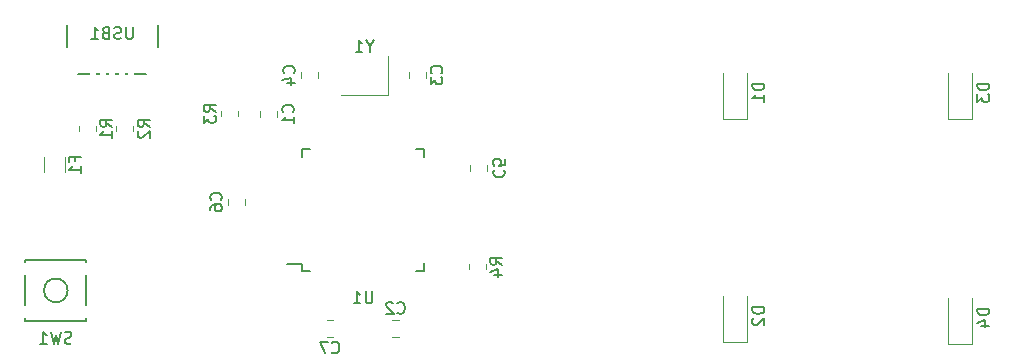
<source format=gbo>
%TF.GenerationSoftware,KiCad,Pcbnew,(5.1.8)-1*%
%TF.CreationDate,2020-12-11T14:52:39-05:00*%
%TF.ProjectId,kevins-pcb-numpad,6b657669-6e73-42d7-9063-622d6e756d70,rev?*%
%TF.SameCoordinates,Original*%
%TF.FileFunction,Legend,Bot*%
%TF.FilePolarity,Positive*%
%FSLAX46Y46*%
G04 Gerber Fmt 4.6, Leading zero omitted, Abs format (unit mm)*
G04 Created by KiCad (PCBNEW (5.1.8)-1) date 2020-12-11 14:52:39*
%MOMM*%
%LPD*%
G01*
G04 APERTURE LIST*
%ADD10C,0.150000*%
%ADD11C,0.120000*%
%ADD12R,1.800000X1.100000*%
%ADD13R,1.400000X1.200000*%
%ADD14O,1.700000X2.700000*%
%ADD15R,0.500000X2.250000*%
%ADD16R,0.550000X1.500000*%
%ADD17R,1.500000X0.550000*%
%ADD18C,1.750000*%
%ADD19R,1.905000X1.905000*%
%ADD20C,1.905000*%
%ADD21C,2.250000*%
%ADD22C,3.987800*%
%ADD23R,1.200000X0.900000*%
G04 APERTURE END LIST*
D10*
%TO.C,SW1*%
X39862000Y-105537000D02*
G75*
G03*
X39862000Y-105537000I-1000000J0D01*
G01*
X41462000Y-108137000D02*
X41462000Y-102937000D01*
X36262000Y-108137000D02*
X41462000Y-108137000D01*
X36262000Y-102937000D02*
X36262000Y-108137000D01*
X41462000Y-102937000D02*
X36262000Y-102937000D01*
D11*
%TO.C,Y1*%
X66971750Y-85687000D02*
X66971750Y-88987000D01*
X66971750Y-88987000D02*
X62971750Y-88987000D01*
D10*
%TO.C,USB1*%
X39806250Y-87206250D02*
X47506250Y-87206250D01*
X47506250Y-81756250D02*
X47506250Y-87206250D01*
X39806250Y-81756250D02*
X39806250Y-87206250D01*
%TO.C,U1*%
X59722000Y-103885750D02*
X59722000Y-103310750D01*
X70072000Y-103885750D02*
X70072000Y-103210750D01*
X70072000Y-93535750D02*
X70072000Y-94210750D01*
X59722000Y-93535750D02*
X59722000Y-94210750D01*
X59722000Y-103885750D02*
X60397000Y-103885750D01*
X59722000Y-93535750D02*
X60397000Y-93535750D01*
X70072000Y-93535750D02*
X69397000Y-93535750D01*
X70072000Y-103885750D02*
X69397000Y-103885750D01*
X59722000Y-103310750D02*
X58447000Y-103310750D01*
D11*
%TO.C,R4*%
X75284000Y-103755564D02*
X75284000Y-103301436D01*
X73814000Y-103755564D02*
X73814000Y-103301436D01*
%TO.C,R3*%
X54329000Y-90347436D02*
X54329000Y-90801564D01*
X52859000Y-90347436D02*
X52859000Y-90801564D01*
%TO.C,R2*%
X45439000Y-92071564D02*
X45439000Y-91617436D01*
X43969000Y-92071564D02*
X43969000Y-91617436D01*
%TO.C,R1*%
X42264000Y-92071564D02*
X42264000Y-91617436D01*
X40794000Y-92071564D02*
X40794000Y-91617436D01*
%TO.C,F1*%
X39645000Y-95474064D02*
X39645000Y-94269936D01*
X37825000Y-95474064D02*
X37825000Y-94269936D01*
%TO.C,D4*%
X116443000Y-110072000D02*
X114443000Y-110072000D01*
X114443000Y-110072000D02*
X114443000Y-106172000D01*
X116443000Y-110072000D02*
X116443000Y-106172000D01*
%TO.C,D3*%
X116443000Y-91022000D02*
X114443000Y-91022000D01*
X114443000Y-91022000D02*
X114443000Y-87122000D01*
X116443000Y-91022000D02*
X116443000Y-87122000D01*
%TO.C,D2*%
X97393000Y-109945000D02*
X95393000Y-109945000D01*
X95393000Y-109945000D02*
X95393000Y-106045000D01*
X97393000Y-109945000D02*
X97393000Y-106045000D01*
%TO.C,D1*%
X97393000Y-91022000D02*
X95393000Y-91022000D01*
X95393000Y-91022000D02*
X95393000Y-87122000D01*
X97393000Y-91022000D02*
X97393000Y-87122000D01*
%TO.C,C7*%
X61807498Y-109478750D02*
X62330002Y-109478750D01*
X61807498Y-108008750D02*
X62330002Y-108008750D01*
%TO.C,C6*%
X53433000Y-97782748D02*
X53433000Y-98305252D01*
X54903000Y-97782748D02*
X54903000Y-98305252D01*
%TO.C,C5*%
X75411000Y-95445252D02*
X75411000Y-94922748D01*
X73941000Y-95445252D02*
X73941000Y-94922748D01*
%TO.C,C4*%
X59590000Y-87048748D02*
X59590000Y-87571252D01*
X61060000Y-87048748D02*
X61060000Y-87571252D01*
%TO.C,C3*%
X70204000Y-87571252D02*
X70204000Y-87048748D01*
X68734000Y-87571252D02*
X68734000Y-87048748D01*
%TO.C,C2*%
X67886252Y-108008750D02*
X67363748Y-108008750D01*
X67886252Y-109478750D02*
X67363748Y-109478750D01*
%TO.C,C1*%
X57631000Y-90873252D02*
X57631000Y-90350748D01*
X56161000Y-90873252D02*
X56161000Y-90350748D01*
%TO.C,SW1*%
D10*
X40195333Y-110005761D02*
X40052476Y-110053380D01*
X39814380Y-110053380D01*
X39719142Y-110005761D01*
X39671523Y-109958142D01*
X39623904Y-109862904D01*
X39623904Y-109767666D01*
X39671523Y-109672428D01*
X39719142Y-109624809D01*
X39814380Y-109577190D01*
X40004857Y-109529571D01*
X40100095Y-109481952D01*
X40147714Y-109434333D01*
X40195333Y-109339095D01*
X40195333Y-109243857D01*
X40147714Y-109148619D01*
X40100095Y-109101000D01*
X40004857Y-109053380D01*
X39766761Y-109053380D01*
X39623904Y-109101000D01*
X39290571Y-109053380D02*
X39052476Y-110053380D01*
X38862000Y-109339095D01*
X38671523Y-110053380D01*
X38433428Y-109053380D01*
X37528666Y-110053380D02*
X38100095Y-110053380D01*
X37814380Y-110053380D02*
X37814380Y-109053380D01*
X37909619Y-109196238D01*
X38004857Y-109291476D01*
X38100095Y-109339095D01*
%TO.C,Y1*%
X65447940Y-84863190D02*
X65447940Y-85339380D01*
X65781273Y-84339380D02*
X65447940Y-84863190D01*
X65114607Y-84339380D01*
X64257464Y-85339380D02*
X64828892Y-85339380D01*
X64543178Y-85339380D02*
X64543178Y-84339380D01*
X64638416Y-84482238D01*
X64733654Y-84577476D01*
X64828892Y-84625095D01*
%TO.C,USB1*%
X45394345Y-83240630D02*
X45394345Y-84050154D01*
X45346726Y-84145392D01*
X45299107Y-84193011D01*
X45203869Y-84240630D01*
X45013392Y-84240630D01*
X44918154Y-84193011D01*
X44870535Y-84145392D01*
X44822916Y-84050154D01*
X44822916Y-83240630D01*
X44394345Y-84193011D02*
X44251488Y-84240630D01*
X44013392Y-84240630D01*
X43918154Y-84193011D01*
X43870535Y-84145392D01*
X43822916Y-84050154D01*
X43822916Y-83954916D01*
X43870535Y-83859678D01*
X43918154Y-83812059D01*
X44013392Y-83764440D01*
X44203869Y-83716821D01*
X44299107Y-83669202D01*
X44346726Y-83621583D01*
X44394345Y-83526345D01*
X44394345Y-83431107D01*
X44346726Y-83335869D01*
X44299107Y-83288250D01*
X44203869Y-83240630D01*
X43965773Y-83240630D01*
X43822916Y-83288250D01*
X43061011Y-83716821D02*
X42918154Y-83764440D01*
X42870535Y-83812059D01*
X42822916Y-83907297D01*
X42822916Y-84050154D01*
X42870535Y-84145392D01*
X42918154Y-84193011D01*
X43013392Y-84240630D01*
X43394345Y-84240630D01*
X43394345Y-83240630D01*
X43061011Y-83240630D01*
X42965773Y-83288250D01*
X42918154Y-83335869D01*
X42870535Y-83431107D01*
X42870535Y-83526345D01*
X42918154Y-83621583D01*
X42965773Y-83669202D01*
X43061011Y-83716821D01*
X43394345Y-83716821D01*
X41870535Y-84240630D02*
X42441964Y-84240630D01*
X42156250Y-84240630D02*
X42156250Y-83240630D01*
X42251488Y-83383488D01*
X42346726Y-83478726D01*
X42441964Y-83526345D01*
%TO.C,U1*%
X65658904Y-105613130D02*
X65658904Y-106422654D01*
X65611285Y-106517892D01*
X65563666Y-106565511D01*
X65468428Y-106613130D01*
X65277952Y-106613130D01*
X65182714Y-106565511D01*
X65135095Y-106517892D01*
X65087476Y-106422654D01*
X65087476Y-105613130D01*
X64087476Y-106613130D02*
X64658904Y-106613130D01*
X64373190Y-106613130D02*
X64373190Y-105613130D01*
X64468428Y-105755988D01*
X64563666Y-105851226D01*
X64658904Y-105898845D01*
%TO.C,R4*%
X76651380Y-103361833D02*
X76175190Y-103028500D01*
X76651380Y-102790404D02*
X75651380Y-102790404D01*
X75651380Y-103171357D01*
X75699000Y-103266595D01*
X75746619Y-103314214D01*
X75841857Y-103361833D01*
X75984714Y-103361833D01*
X76079952Y-103314214D01*
X76127571Y-103266595D01*
X76175190Y-103171357D01*
X76175190Y-102790404D01*
X75984714Y-104218976D02*
X76651380Y-104218976D01*
X75603761Y-103980880D02*
X76318047Y-103742785D01*
X76318047Y-104361833D01*
%TO.C,R3*%
X52396380Y-90407833D02*
X51920190Y-90074500D01*
X52396380Y-89836404D02*
X51396380Y-89836404D01*
X51396380Y-90217357D01*
X51444000Y-90312595D01*
X51491619Y-90360214D01*
X51586857Y-90407833D01*
X51729714Y-90407833D01*
X51824952Y-90360214D01*
X51872571Y-90312595D01*
X51920190Y-90217357D01*
X51920190Y-89836404D01*
X51396380Y-90741166D02*
X51396380Y-91360214D01*
X51777333Y-91026880D01*
X51777333Y-91169738D01*
X51824952Y-91264976D01*
X51872571Y-91312595D01*
X51967809Y-91360214D01*
X52205904Y-91360214D01*
X52301142Y-91312595D01*
X52348761Y-91264976D01*
X52396380Y-91169738D01*
X52396380Y-90884023D01*
X52348761Y-90788785D01*
X52301142Y-90741166D01*
%TO.C,R2*%
X46806380Y-91677833D02*
X46330190Y-91344500D01*
X46806380Y-91106404D02*
X45806380Y-91106404D01*
X45806380Y-91487357D01*
X45854000Y-91582595D01*
X45901619Y-91630214D01*
X45996857Y-91677833D01*
X46139714Y-91677833D01*
X46234952Y-91630214D01*
X46282571Y-91582595D01*
X46330190Y-91487357D01*
X46330190Y-91106404D01*
X45901619Y-92058785D02*
X45854000Y-92106404D01*
X45806380Y-92201642D01*
X45806380Y-92439738D01*
X45854000Y-92534976D01*
X45901619Y-92582595D01*
X45996857Y-92630214D01*
X46092095Y-92630214D01*
X46234952Y-92582595D01*
X46806380Y-92011166D01*
X46806380Y-92630214D01*
%TO.C,R1*%
X43631380Y-91677833D02*
X43155190Y-91344500D01*
X43631380Y-91106404D02*
X42631380Y-91106404D01*
X42631380Y-91487357D01*
X42679000Y-91582595D01*
X42726619Y-91630214D01*
X42821857Y-91677833D01*
X42964714Y-91677833D01*
X43059952Y-91630214D01*
X43107571Y-91582595D01*
X43155190Y-91487357D01*
X43155190Y-91106404D01*
X43631380Y-92630214D02*
X43631380Y-92058785D01*
X43631380Y-92344500D02*
X42631380Y-92344500D01*
X42774238Y-92249261D01*
X42869476Y-92154023D01*
X42917095Y-92058785D01*
%TO.C,F1*%
X40483571Y-94538666D02*
X40483571Y-94205333D01*
X41007380Y-94205333D02*
X40007380Y-94205333D01*
X40007380Y-94681523D01*
X41007380Y-95586285D02*
X41007380Y-95014857D01*
X41007380Y-95300571D02*
X40007380Y-95300571D01*
X40150238Y-95205333D01*
X40245476Y-95110095D01*
X40293095Y-95014857D01*
%TO.C,D4*%
X117895380Y-107083904D02*
X116895380Y-107083904D01*
X116895380Y-107322000D01*
X116943000Y-107464857D01*
X117038238Y-107560095D01*
X117133476Y-107607714D01*
X117323952Y-107655333D01*
X117466809Y-107655333D01*
X117657285Y-107607714D01*
X117752523Y-107560095D01*
X117847761Y-107464857D01*
X117895380Y-107322000D01*
X117895380Y-107083904D01*
X117228714Y-108512476D02*
X117895380Y-108512476D01*
X116847761Y-108274380D02*
X117562047Y-108036285D01*
X117562047Y-108655333D01*
%TO.C,D3*%
X117895380Y-88033904D02*
X116895380Y-88033904D01*
X116895380Y-88272000D01*
X116943000Y-88414857D01*
X117038238Y-88510095D01*
X117133476Y-88557714D01*
X117323952Y-88605333D01*
X117466809Y-88605333D01*
X117657285Y-88557714D01*
X117752523Y-88510095D01*
X117847761Y-88414857D01*
X117895380Y-88272000D01*
X117895380Y-88033904D01*
X116895380Y-88938666D02*
X116895380Y-89557714D01*
X117276333Y-89224380D01*
X117276333Y-89367238D01*
X117323952Y-89462476D01*
X117371571Y-89510095D01*
X117466809Y-89557714D01*
X117704904Y-89557714D01*
X117800142Y-89510095D01*
X117847761Y-89462476D01*
X117895380Y-89367238D01*
X117895380Y-89081523D01*
X117847761Y-88986285D01*
X117800142Y-88938666D01*
%TO.C,D2*%
X98845380Y-106956904D02*
X97845380Y-106956904D01*
X97845380Y-107195000D01*
X97893000Y-107337857D01*
X97988238Y-107433095D01*
X98083476Y-107480714D01*
X98273952Y-107528333D01*
X98416809Y-107528333D01*
X98607285Y-107480714D01*
X98702523Y-107433095D01*
X98797761Y-107337857D01*
X98845380Y-107195000D01*
X98845380Y-106956904D01*
X97940619Y-107909285D02*
X97893000Y-107956904D01*
X97845380Y-108052142D01*
X97845380Y-108290238D01*
X97893000Y-108385476D01*
X97940619Y-108433095D01*
X98035857Y-108480714D01*
X98131095Y-108480714D01*
X98273952Y-108433095D01*
X98845380Y-107861666D01*
X98845380Y-108480714D01*
%TO.C,D1*%
X98845380Y-88033904D02*
X97845380Y-88033904D01*
X97845380Y-88272000D01*
X97893000Y-88414857D01*
X97988238Y-88510095D01*
X98083476Y-88557714D01*
X98273952Y-88605333D01*
X98416809Y-88605333D01*
X98607285Y-88557714D01*
X98702523Y-88510095D01*
X98797761Y-88414857D01*
X98845380Y-88272000D01*
X98845380Y-88033904D01*
X98845380Y-89557714D02*
X98845380Y-88986285D01*
X98845380Y-89272000D02*
X97845380Y-89272000D01*
X97988238Y-89176761D01*
X98083476Y-89081523D01*
X98131095Y-88986285D01*
%TO.C,C7*%
X62235416Y-110780892D02*
X62283035Y-110828511D01*
X62425892Y-110876130D01*
X62521130Y-110876130D01*
X62663988Y-110828511D01*
X62759226Y-110733273D01*
X62806845Y-110638035D01*
X62854464Y-110447559D01*
X62854464Y-110304702D01*
X62806845Y-110114226D01*
X62759226Y-110018988D01*
X62663988Y-109923750D01*
X62521130Y-109876130D01*
X62425892Y-109876130D01*
X62283035Y-109923750D01*
X62235416Y-109971369D01*
X61902083Y-109876130D02*
X61235416Y-109876130D01*
X61663988Y-110876130D01*
%TO.C,C6*%
X52845142Y-97877333D02*
X52892761Y-97829714D01*
X52940380Y-97686857D01*
X52940380Y-97591619D01*
X52892761Y-97448761D01*
X52797523Y-97353523D01*
X52702285Y-97305904D01*
X52511809Y-97258285D01*
X52368952Y-97258285D01*
X52178476Y-97305904D01*
X52083238Y-97353523D01*
X51988000Y-97448761D01*
X51940380Y-97591619D01*
X51940380Y-97686857D01*
X51988000Y-97829714D01*
X52035619Y-97877333D01*
X51940380Y-98734476D02*
X51940380Y-98544000D01*
X51988000Y-98448761D01*
X52035619Y-98401142D01*
X52178476Y-98305904D01*
X52368952Y-98258285D01*
X52749904Y-98258285D01*
X52845142Y-98305904D01*
X52892761Y-98353523D01*
X52940380Y-98448761D01*
X52940380Y-98639238D01*
X52892761Y-98734476D01*
X52845142Y-98782095D01*
X52749904Y-98829714D01*
X52511809Y-98829714D01*
X52416571Y-98782095D01*
X52368952Y-98734476D01*
X52321333Y-98639238D01*
X52321333Y-98448761D01*
X52368952Y-98353523D01*
X52416571Y-98305904D01*
X52511809Y-98258285D01*
%TO.C,C5*%
X75998857Y-95350666D02*
X75951238Y-95398285D01*
X75903619Y-95541142D01*
X75903619Y-95636380D01*
X75951238Y-95779238D01*
X76046476Y-95874476D01*
X76141714Y-95922095D01*
X76332190Y-95969714D01*
X76475047Y-95969714D01*
X76665523Y-95922095D01*
X76760761Y-95874476D01*
X76856000Y-95779238D01*
X76903619Y-95636380D01*
X76903619Y-95541142D01*
X76856000Y-95398285D01*
X76808380Y-95350666D01*
X76903619Y-94445904D02*
X76903619Y-94922095D01*
X76427428Y-94969714D01*
X76475047Y-94922095D01*
X76522666Y-94826857D01*
X76522666Y-94588761D01*
X76475047Y-94493523D01*
X76427428Y-94445904D01*
X76332190Y-94398285D01*
X76094095Y-94398285D01*
X75998857Y-94445904D01*
X75951238Y-94493523D01*
X75903619Y-94588761D01*
X75903619Y-94826857D01*
X75951238Y-94922095D01*
X75998857Y-94969714D01*
%TO.C,C4*%
X59002142Y-87143333D02*
X59049761Y-87095714D01*
X59097380Y-86952857D01*
X59097380Y-86857619D01*
X59049761Y-86714761D01*
X58954523Y-86619523D01*
X58859285Y-86571904D01*
X58668809Y-86524285D01*
X58525952Y-86524285D01*
X58335476Y-86571904D01*
X58240238Y-86619523D01*
X58145000Y-86714761D01*
X58097380Y-86857619D01*
X58097380Y-86952857D01*
X58145000Y-87095714D01*
X58192619Y-87143333D01*
X58430714Y-88000476D02*
X59097380Y-88000476D01*
X58049761Y-87762380D02*
X58764047Y-87524285D01*
X58764047Y-88143333D01*
%TO.C,C3*%
X71506142Y-87143333D02*
X71553761Y-87095714D01*
X71601380Y-86952857D01*
X71601380Y-86857619D01*
X71553761Y-86714761D01*
X71458523Y-86619523D01*
X71363285Y-86571904D01*
X71172809Y-86524285D01*
X71029952Y-86524285D01*
X70839476Y-86571904D01*
X70744238Y-86619523D01*
X70649000Y-86714761D01*
X70601380Y-86857619D01*
X70601380Y-86952857D01*
X70649000Y-87095714D01*
X70696619Y-87143333D01*
X70601380Y-87476666D02*
X70601380Y-88095714D01*
X70982333Y-87762380D01*
X70982333Y-87905238D01*
X71029952Y-88000476D01*
X71077571Y-88048095D01*
X71172809Y-88095714D01*
X71410904Y-88095714D01*
X71506142Y-88048095D01*
X71553761Y-88000476D01*
X71601380Y-87905238D01*
X71601380Y-87619523D01*
X71553761Y-87524285D01*
X71506142Y-87476666D01*
%TO.C,C2*%
X67791666Y-107420892D02*
X67839285Y-107468511D01*
X67982142Y-107516130D01*
X68077380Y-107516130D01*
X68220238Y-107468511D01*
X68315476Y-107373273D01*
X68363095Y-107278035D01*
X68410714Y-107087559D01*
X68410714Y-106944702D01*
X68363095Y-106754226D01*
X68315476Y-106658988D01*
X68220238Y-106563750D01*
X68077380Y-106516130D01*
X67982142Y-106516130D01*
X67839285Y-106563750D01*
X67791666Y-106611369D01*
X67410714Y-106611369D02*
X67363095Y-106563750D01*
X67267857Y-106516130D01*
X67029761Y-106516130D01*
X66934523Y-106563750D01*
X66886904Y-106611369D01*
X66839285Y-106706607D01*
X66839285Y-106801845D01*
X66886904Y-106944702D01*
X67458333Y-107516130D01*
X66839285Y-107516130D01*
%TO.C,C1*%
X58933142Y-90445333D02*
X58980761Y-90397714D01*
X59028380Y-90254857D01*
X59028380Y-90159619D01*
X58980761Y-90016761D01*
X58885523Y-89921523D01*
X58790285Y-89873904D01*
X58599809Y-89826285D01*
X58456952Y-89826285D01*
X58266476Y-89873904D01*
X58171238Y-89921523D01*
X58076000Y-90016761D01*
X58028380Y-90159619D01*
X58028380Y-90254857D01*
X58076000Y-90397714D01*
X58123619Y-90445333D01*
X59028380Y-91397714D02*
X59028380Y-90826285D01*
X59028380Y-91112000D02*
X58028380Y-91112000D01*
X58171238Y-91016761D01*
X58266476Y-90921523D01*
X58314095Y-90826285D01*
%TD*%
%LPC*%
D12*
%TO.C,SW1*%
X41962000Y-107387000D03*
X35762000Y-103687000D03*
X41962000Y-103687000D03*
X35762000Y-107387000D03*
%TD*%
D13*
%TO.C,Y1*%
X66071750Y-86487000D03*
X63871750Y-86487000D03*
X63871750Y-88187000D03*
X66071750Y-88187000D03*
%TD*%
D14*
%TO.C,USB1*%
X40006250Y-81756250D03*
X47306250Y-81756250D03*
X47306250Y-86256250D03*
X40006250Y-86256250D03*
D15*
X42056250Y-86256250D03*
X42856250Y-86256250D03*
X43656250Y-86256250D03*
X44456250Y-86256250D03*
X45256250Y-86256250D03*
%TD*%
D16*
%TO.C,U1*%
X60897000Y-104410750D03*
X61697000Y-104410750D03*
X62497000Y-104410750D03*
X63297000Y-104410750D03*
X64097000Y-104410750D03*
X64897000Y-104410750D03*
X65697000Y-104410750D03*
X66497000Y-104410750D03*
X67297000Y-104410750D03*
X68097000Y-104410750D03*
X68897000Y-104410750D03*
D17*
X70597000Y-102710750D03*
X70597000Y-101910750D03*
X70597000Y-101110750D03*
X70597000Y-100310750D03*
X70597000Y-99510750D03*
X70597000Y-98710750D03*
X70597000Y-97910750D03*
X70597000Y-97110750D03*
X70597000Y-96310750D03*
X70597000Y-95510750D03*
X70597000Y-94710750D03*
D16*
X68897000Y-93010750D03*
X68097000Y-93010750D03*
X67297000Y-93010750D03*
X66497000Y-93010750D03*
X65697000Y-93010750D03*
X64897000Y-93010750D03*
X64097000Y-93010750D03*
X63297000Y-93010750D03*
X62497000Y-93010750D03*
X61697000Y-93010750D03*
X60897000Y-93010750D03*
D17*
X59197000Y-94710750D03*
X59197000Y-95510750D03*
X59197000Y-96310750D03*
X59197000Y-97110750D03*
X59197000Y-97910750D03*
X59197000Y-98710750D03*
X59197000Y-99510750D03*
X59197000Y-100310750D03*
X59197000Y-101110750D03*
X59197000Y-101910750D03*
X59197000Y-102710750D03*
%TD*%
%TO.C,R4*%
G36*
G01*
X74999001Y-103128500D02*
X74098999Y-103128500D01*
G75*
G02*
X73849000Y-102878501I0J249999D01*
G01*
X73849000Y-102353499D01*
G75*
G02*
X74098999Y-102103500I249999J0D01*
G01*
X74999001Y-102103500D01*
G75*
G02*
X75249000Y-102353499I0J-249999D01*
G01*
X75249000Y-102878501D01*
G75*
G02*
X74999001Y-103128500I-249999J0D01*
G01*
G37*
G36*
G01*
X74999001Y-104953500D02*
X74098999Y-104953500D01*
G75*
G02*
X73849000Y-104703501I0J249999D01*
G01*
X73849000Y-104178499D01*
G75*
G02*
X74098999Y-103928500I249999J0D01*
G01*
X74999001Y-103928500D01*
G75*
G02*
X75249000Y-104178499I0J-249999D01*
G01*
X75249000Y-104703501D01*
G75*
G02*
X74999001Y-104953500I-249999J0D01*
G01*
G37*
%TD*%
%TO.C,R3*%
G36*
G01*
X53143999Y-89149500D02*
X54044001Y-89149500D01*
G75*
G02*
X54294000Y-89399499I0J-249999D01*
G01*
X54294000Y-89924501D01*
G75*
G02*
X54044001Y-90174500I-249999J0D01*
G01*
X53143999Y-90174500D01*
G75*
G02*
X52894000Y-89924501I0J249999D01*
G01*
X52894000Y-89399499D01*
G75*
G02*
X53143999Y-89149500I249999J0D01*
G01*
G37*
G36*
G01*
X53143999Y-90974500D02*
X54044001Y-90974500D01*
G75*
G02*
X54294000Y-91224499I0J-249999D01*
G01*
X54294000Y-91749501D01*
G75*
G02*
X54044001Y-91999500I-249999J0D01*
G01*
X53143999Y-91999500D01*
G75*
G02*
X52894000Y-91749501I0J249999D01*
G01*
X52894000Y-91224499D01*
G75*
G02*
X53143999Y-90974500I249999J0D01*
G01*
G37*
%TD*%
%TO.C,R2*%
G36*
G01*
X45154001Y-91444500D02*
X44253999Y-91444500D01*
G75*
G02*
X44004000Y-91194501I0J249999D01*
G01*
X44004000Y-90669499D01*
G75*
G02*
X44253999Y-90419500I249999J0D01*
G01*
X45154001Y-90419500D01*
G75*
G02*
X45404000Y-90669499I0J-249999D01*
G01*
X45404000Y-91194501D01*
G75*
G02*
X45154001Y-91444500I-249999J0D01*
G01*
G37*
G36*
G01*
X45154001Y-93269500D02*
X44253999Y-93269500D01*
G75*
G02*
X44004000Y-93019501I0J249999D01*
G01*
X44004000Y-92494499D01*
G75*
G02*
X44253999Y-92244500I249999J0D01*
G01*
X45154001Y-92244500D01*
G75*
G02*
X45404000Y-92494499I0J-249999D01*
G01*
X45404000Y-93019501D01*
G75*
G02*
X45154001Y-93269500I-249999J0D01*
G01*
G37*
%TD*%
%TO.C,R1*%
G36*
G01*
X41979001Y-91444500D02*
X41078999Y-91444500D01*
G75*
G02*
X40829000Y-91194501I0J249999D01*
G01*
X40829000Y-90669499D01*
G75*
G02*
X41078999Y-90419500I249999J0D01*
G01*
X41979001Y-90419500D01*
G75*
G02*
X42229000Y-90669499I0J-249999D01*
G01*
X42229000Y-91194501D01*
G75*
G02*
X41979001Y-91444500I-249999J0D01*
G01*
G37*
G36*
G01*
X41979001Y-93269500D02*
X41078999Y-93269500D01*
G75*
G02*
X40829000Y-93019501I0J249999D01*
G01*
X40829000Y-92494499D01*
G75*
G02*
X41078999Y-92244500I249999J0D01*
G01*
X41979001Y-92244500D01*
G75*
G02*
X42229000Y-92494499I0J-249999D01*
G01*
X42229000Y-93019501D01*
G75*
G02*
X41979001Y-93269500I-249999J0D01*
G01*
G37*
%TD*%
D18*
%TO.C,MX4*%
X113030000Y-107950000D03*
X102870000Y-107950000D03*
D19*
X109220000Y-113030000D03*
D20*
X106680000Y-113030000D03*
D21*
X105450000Y-103950000D03*
D22*
X107950000Y-107950000D03*
G36*
G01*
X103388688Y-106247350D02*
X103388683Y-106247345D01*
G75*
G02*
X103302655Y-104658683I751317J837345D01*
G01*
X104612657Y-103198683D01*
G75*
G02*
X106201319Y-103112655I837345J-751317D01*
G01*
X106201319Y-103112655D01*
G75*
G02*
X106287347Y-104701317I-751317J-837345D01*
G01*
X104977345Y-106161317D01*
G75*
G02*
X103388683Y-106247345I-837345J751317D01*
G01*
G37*
D21*
X110490000Y-102870000D03*
G36*
G01*
X110373483Y-104572395D02*
X110372597Y-104572334D01*
G75*
G02*
X109327666Y-103372597I77403J1122334D01*
G01*
X109367666Y-102792597D01*
G75*
G02*
X110567403Y-101747666I1122334J-77403D01*
G01*
X110567403Y-101747666D01*
G75*
G02*
X111612334Y-102947403I-77403J-1122334D01*
G01*
X111572334Y-103527403D01*
G75*
G02*
X110372597Y-104572334I-1122334J77403D01*
G01*
G37*
%TD*%
%TO.C,MX3*%
G36*
G01*
X110373483Y-85522395D02*
X110372597Y-85522334D01*
G75*
G02*
X109327666Y-84322597I77403J1122334D01*
G01*
X109367666Y-83742597D01*
G75*
G02*
X110567403Y-82697666I1122334J-77403D01*
G01*
X110567403Y-82697666D01*
G75*
G02*
X111612334Y-83897403I-77403J-1122334D01*
G01*
X111572334Y-84477403D01*
G75*
G02*
X110372597Y-85522334I-1122334J77403D01*
G01*
G37*
X110490000Y-83820000D03*
G36*
G01*
X103388688Y-87197350D02*
X103388683Y-87197345D01*
G75*
G02*
X103302655Y-85608683I751317J837345D01*
G01*
X104612657Y-84148683D01*
G75*
G02*
X106201319Y-84062655I837345J-751317D01*
G01*
X106201319Y-84062655D01*
G75*
G02*
X106287347Y-85651317I-751317J-837345D01*
G01*
X104977345Y-87111317D01*
G75*
G02*
X103388683Y-87197345I-837345J751317D01*
G01*
G37*
D22*
X107950000Y-88900000D03*
D21*
X105450000Y-84900000D03*
D20*
X106680000Y-93980000D03*
D19*
X109220000Y-93980000D03*
D18*
X102870000Y-88900000D03*
X113030000Y-88900000D03*
%TD*%
%TO.C,MX2*%
X93980000Y-107950000D03*
X83820000Y-107950000D03*
D19*
X90170000Y-113030000D03*
D20*
X87630000Y-113030000D03*
D21*
X86400000Y-103950000D03*
D22*
X88900000Y-107950000D03*
G36*
G01*
X84338688Y-106247350D02*
X84338683Y-106247345D01*
G75*
G02*
X84252655Y-104658683I751317J837345D01*
G01*
X85562657Y-103198683D01*
G75*
G02*
X87151319Y-103112655I837345J-751317D01*
G01*
X87151319Y-103112655D01*
G75*
G02*
X87237347Y-104701317I-751317J-837345D01*
G01*
X85927345Y-106161317D01*
G75*
G02*
X84338683Y-106247345I-837345J751317D01*
G01*
G37*
D21*
X91440000Y-102870000D03*
G36*
G01*
X91323483Y-104572395D02*
X91322597Y-104572334D01*
G75*
G02*
X90277666Y-103372597I77403J1122334D01*
G01*
X90317666Y-102792597D01*
G75*
G02*
X91517403Y-101747666I1122334J-77403D01*
G01*
X91517403Y-101747666D01*
G75*
G02*
X92562334Y-102947403I-77403J-1122334D01*
G01*
X92522334Y-103527403D01*
G75*
G02*
X91322597Y-104572334I-1122334J77403D01*
G01*
G37*
%TD*%
D18*
%TO.C,MX1*%
X93980000Y-88900000D03*
X83820000Y-88900000D03*
D19*
X90170000Y-93980000D03*
D20*
X87630000Y-93980000D03*
D21*
X86400000Y-84900000D03*
D22*
X88900000Y-88900000D03*
G36*
G01*
X84338688Y-87197350D02*
X84338683Y-87197345D01*
G75*
G02*
X84252655Y-85608683I751317J837345D01*
G01*
X85562657Y-84148683D01*
G75*
G02*
X87151319Y-84062655I837345J-751317D01*
G01*
X87151319Y-84062655D01*
G75*
G02*
X87237347Y-85651317I-751317J-837345D01*
G01*
X85927345Y-87111317D01*
G75*
G02*
X84338683Y-87197345I-837345J751317D01*
G01*
G37*
D21*
X91440000Y-83820000D03*
G36*
G01*
X91323483Y-85522395D02*
X91322597Y-85522334D01*
G75*
G02*
X90277666Y-84322597I77403J1122334D01*
G01*
X90317666Y-83742597D01*
G75*
G02*
X91517403Y-82697666I1122334J-77403D01*
G01*
X91517403Y-82697666D01*
G75*
G02*
X92562334Y-83897403I-77403J-1122334D01*
G01*
X92522334Y-84477403D01*
G75*
G02*
X91322597Y-85522334I-1122334J77403D01*
G01*
G37*
%TD*%
%TO.C,F1*%
G36*
G01*
X39360000Y-94097000D02*
X38110000Y-94097000D01*
G75*
G02*
X37860000Y-93847000I0J250000D01*
G01*
X37860000Y-93097000D01*
G75*
G02*
X38110000Y-92847000I250000J0D01*
G01*
X39360000Y-92847000D01*
G75*
G02*
X39610000Y-93097000I0J-250000D01*
G01*
X39610000Y-93847000D01*
G75*
G02*
X39360000Y-94097000I-250000J0D01*
G01*
G37*
G36*
G01*
X39360000Y-96897000D02*
X38110000Y-96897000D01*
G75*
G02*
X37860000Y-96647000I0J250000D01*
G01*
X37860000Y-95897000D01*
G75*
G02*
X38110000Y-95647000I250000J0D01*
G01*
X39360000Y-95647000D01*
G75*
G02*
X39610000Y-95897000I0J-250000D01*
G01*
X39610000Y-96647000D01*
G75*
G02*
X39360000Y-96897000I-250000J0D01*
G01*
G37*
%TD*%
D23*
%TO.C,D4*%
X115443000Y-106172000D03*
X115443000Y-109472000D03*
%TD*%
%TO.C,D3*%
X115443000Y-87122000D03*
X115443000Y-90422000D03*
%TD*%
%TO.C,D2*%
X96393000Y-106045000D03*
X96393000Y-109345000D03*
%TD*%
%TO.C,D1*%
X96393000Y-87122000D03*
X96393000Y-90422000D03*
%TD*%
%TO.C,C7*%
G36*
G01*
X62518750Y-109218750D02*
X62518750Y-108268750D01*
G75*
G02*
X62768750Y-108018750I250000J0D01*
G01*
X63268750Y-108018750D01*
G75*
G02*
X63518750Y-108268750I0J-250000D01*
G01*
X63518750Y-109218750D01*
G75*
G02*
X63268750Y-109468750I-250000J0D01*
G01*
X62768750Y-109468750D01*
G75*
G02*
X62518750Y-109218750I0J250000D01*
G01*
G37*
G36*
G01*
X60618750Y-109218750D02*
X60618750Y-108268750D01*
G75*
G02*
X60868750Y-108018750I250000J0D01*
G01*
X61368750Y-108018750D01*
G75*
G02*
X61618750Y-108268750I0J-250000D01*
G01*
X61618750Y-109218750D01*
G75*
G02*
X61368750Y-109468750I-250000J0D01*
G01*
X60868750Y-109468750D01*
G75*
G02*
X60618750Y-109218750I0J250000D01*
G01*
G37*
%TD*%
%TO.C,C6*%
G36*
G01*
X53693000Y-98494000D02*
X54643000Y-98494000D01*
G75*
G02*
X54893000Y-98744000I0J-250000D01*
G01*
X54893000Y-99244000D01*
G75*
G02*
X54643000Y-99494000I-250000J0D01*
G01*
X53693000Y-99494000D01*
G75*
G02*
X53443000Y-99244000I0J250000D01*
G01*
X53443000Y-98744000D01*
G75*
G02*
X53693000Y-98494000I250000J0D01*
G01*
G37*
G36*
G01*
X53693000Y-96594000D02*
X54643000Y-96594000D01*
G75*
G02*
X54893000Y-96844000I0J-250000D01*
G01*
X54893000Y-97344000D01*
G75*
G02*
X54643000Y-97594000I-250000J0D01*
G01*
X53693000Y-97594000D01*
G75*
G02*
X53443000Y-97344000I0J250000D01*
G01*
X53443000Y-96844000D01*
G75*
G02*
X53693000Y-96594000I250000J0D01*
G01*
G37*
%TD*%
%TO.C,C5*%
G36*
G01*
X75151000Y-94734000D02*
X74201000Y-94734000D01*
G75*
G02*
X73951000Y-94484000I0J250000D01*
G01*
X73951000Y-93984000D01*
G75*
G02*
X74201000Y-93734000I250000J0D01*
G01*
X75151000Y-93734000D01*
G75*
G02*
X75401000Y-93984000I0J-250000D01*
G01*
X75401000Y-94484000D01*
G75*
G02*
X75151000Y-94734000I-250000J0D01*
G01*
G37*
G36*
G01*
X75151000Y-96634000D02*
X74201000Y-96634000D01*
G75*
G02*
X73951000Y-96384000I0J250000D01*
G01*
X73951000Y-95884000D01*
G75*
G02*
X74201000Y-95634000I250000J0D01*
G01*
X75151000Y-95634000D01*
G75*
G02*
X75401000Y-95884000I0J-250000D01*
G01*
X75401000Y-96384000D01*
G75*
G02*
X75151000Y-96634000I-250000J0D01*
G01*
G37*
%TD*%
%TO.C,C4*%
G36*
G01*
X59850000Y-87760000D02*
X60800000Y-87760000D01*
G75*
G02*
X61050000Y-88010000I0J-250000D01*
G01*
X61050000Y-88510000D01*
G75*
G02*
X60800000Y-88760000I-250000J0D01*
G01*
X59850000Y-88760000D01*
G75*
G02*
X59600000Y-88510000I0J250000D01*
G01*
X59600000Y-88010000D01*
G75*
G02*
X59850000Y-87760000I250000J0D01*
G01*
G37*
G36*
G01*
X59850000Y-85860000D02*
X60800000Y-85860000D01*
G75*
G02*
X61050000Y-86110000I0J-250000D01*
G01*
X61050000Y-86610000D01*
G75*
G02*
X60800000Y-86860000I-250000J0D01*
G01*
X59850000Y-86860000D01*
G75*
G02*
X59600000Y-86610000I0J250000D01*
G01*
X59600000Y-86110000D01*
G75*
G02*
X59850000Y-85860000I250000J0D01*
G01*
G37*
%TD*%
%TO.C,C3*%
G36*
G01*
X69944000Y-86860000D02*
X68994000Y-86860000D01*
G75*
G02*
X68744000Y-86610000I0J250000D01*
G01*
X68744000Y-86110000D01*
G75*
G02*
X68994000Y-85860000I250000J0D01*
G01*
X69944000Y-85860000D01*
G75*
G02*
X70194000Y-86110000I0J-250000D01*
G01*
X70194000Y-86610000D01*
G75*
G02*
X69944000Y-86860000I-250000J0D01*
G01*
G37*
G36*
G01*
X69944000Y-88760000D02*
X68994000Y-88760000D01*
G75*
G02*
X68744000Y-88510000I0J250000D01*
G01*
X68744000Y-88010000D01*
G75*
G02*
X68994000Y-87760000I250000J0D01*
G01*
X69944000Y-87760000D01*
G75*
G02*
X70194000Y-88010000I0J-250000D01*
G01*
X70194000Y-88510000D01*
G75*
G02*
X69944000Y-88760000I-250000J0D01*
G01*
G37*
%TD*%
%TO.C,C2*%
G36*
G01*
X67175000Y-108268750D02*
X67175000Y-109218750D01*
G75*
G02*
X66925000Y-109468750I-250000J0D01*
G01*
X66425000Y-109468750D01*
G75*
G02*
X66175000Y-109218750I0J250000D01*
G01*
X66175000Y-108268750D01*
G75*
G02*
X66425000Y-108018750I250000J0D01*
G01*
X66925000Y-108018750D01*
G75*
G02*
X67175000Y-108268750I0J-250000D01*
G01*
G37*
G36*
G01*
X69075000Y-108268750D02*
X69075000Y-109218750D01*
G75*
G02*
X68825000Y-109468750I-250000J0D01*
G01*
X68325000Y-109468750D01*
G75*
G02*
X68075000Y-109218750I0J250000D01*
G01*
X68075000Y-108268750D01*
G75*
G02*
X68325000Y-108018750I250000J0D01*
G01*
X68825000Y-108018750D01*
G75*
G02*
X69075000Y-108268750I0J-250000D01*
G01*
G37*
%TD*%
%TO.C,C1*%
G36*
G01*
X57371000Y-90162000D02*
X56421000Y-90162000D01*
G75*
G02*
X56171000Y-89912000I0J250000D01*
G01*
X56171000Y-89412000D01*
G75*
G02*
X56421000Y-89162000I250000J0D01*
G01*
X57371000Y-89162000D01*
G75*
G02*
X57621000Y-89412000I0J-250000D01*
G01*
X57621000Y-89912000D01*
G75*
G02*
X57371000Y-90162000I-250000J0D01*
G01*
G37*
G36*
G01*
X57371000Y-92062000D02*
X56421000Y-92062000D01*
G75*
G02*
X56171000Y-91812000I0J250000D01*
G01*
X56171000Y-91312000D01*
G75*
G02*
X56421000Y-91062000I250000J0D01*
G01*
X57371000Y-91062000D01*
G75*
G02*
X57621000Y-91312000I0J-250000D01*
G01*
X57621000Y-91812000D01*
G75*
G02*
X57371000Y-92062000I-250000J0D01*
G01*
G37*
%TD*%
M02*

</source>
